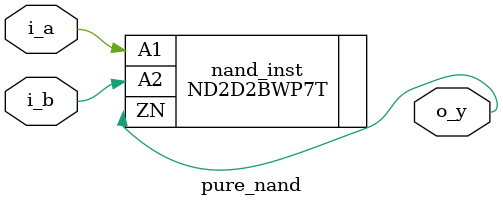
<source format=v>

`timescale 1ns/1ns

module pure_nand #(
    parameter DOMAIN_3V0 = 0
  )(
    input  i_a,
    input  i_b,
    output o_y
  );

  ND2D2BWP7T nand_inst(
    .A1 (i_a),
    .A2 (i_b),
    .ZN (o_y)
  );

endmodule


</source>
